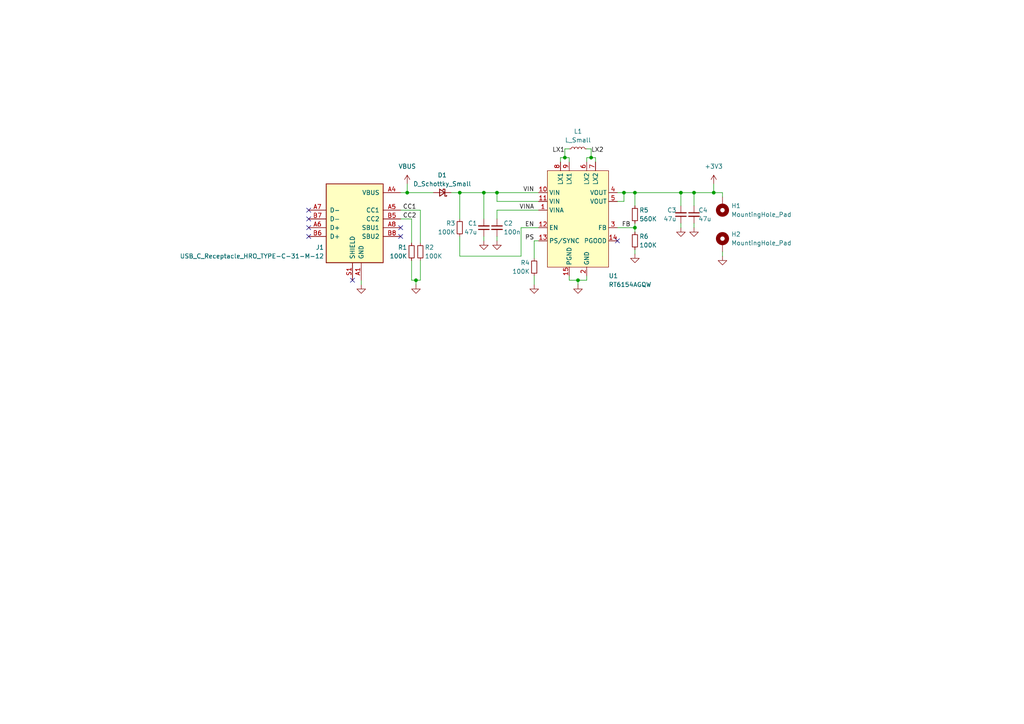
<source format=kicad_sch>
(kicad_sch (version 20211123) (generator eeschema)
  (paper "A4")
  (lib_symbols
    (symbol "Connector:USB_C_Receptacle_USB2.0" (pin_names (offset 1.016))
      (property "Reference" "J?" (at 0 16.51 0))
      (property "Value" "USB_C_Receptacle_USB2.0" (at 0 13.97 0))
      (symbol "USB_C_Receptacle_USB2.0_0_1"
        (rectangle (start -8.89 11.43) (end 7.62 -11.43) (stroke (width 0.254)) (fill (type background)))
      )
      (symbol "USB_C_Receptacle_USB2.0_1_1"
        (pin passive line (at 1.27 -16.51 90) (length 5.08) (name "GND") (number "A1"))
        (pin passive line (at 1.27 -16.51 90) (length 5.08) hide (name "GND") (number "A12"))
        (pin passive line (at 12.7 8.89 180) (length 5.08) (name "VBUS") (number "A4"))
        (pin bidirectional line (at 12.7 3.81 180) (length 5.08) (name "CC1") (number "A5"))
        (pin bidirectional line (at -13.97 -1.27 0) (length 5.08) (name "D+") (number "A6"))
        (pin bidirectional line (at -13.97 3.81 0) (length 5.08) (name "D-") (number "A7"))
        (pin bidirectional line (at 12.7 -1.27 180) (length 5.08) (name "SBU1") (number "A8"))
        (pin passive line (at 12.7 8.89 180) (length 5.08) hide (name "VBUS") (number "A9"))
        (pin passive line (at 1.27 -16.51 90) (length 5.08) hide (name "GND") (number "B1"))
        (pin passive line (at 1.27 -16.51 90) (length 5.08) hide (name "GND") (number "B12"))
        (pin passive line (at 12.7 8.89 180) (length 5.08) hide (name "VBUS") (number "B4"))
        (pin bidirectional line (at 12.7 1.27 180) (length 5.08) (name "CC2") (number "B5"))
        (pin bidirectional line (at -13.97 -3.81 0) (length 5.08) (name "D+") (number "B6"))
        (pin bidirectional line (at -13.97 1.27 0) (length 5.08) (name "D-") (number "B7"))
        (pin bidirectional line (at 12.7 -3.81 180) (length 5.08) (name "SBU2") (number "B8"))
        (pin passive line (at 12.7 8.89 180) (length 5.08) hide (name "VBUS") (number "B9"))
        (pin passive line (at -1.27 -16.51 90) (length 5.08) (name "SHIELD") (number "S1"))
      )
    )
    (symbol "Device:C_Small" (pin_numbers hide) (pin_names (offset 0.254) hide)
      (property "Reference" "C" (at 0.254 1.778 0))
      (property "Value" "C_Small" (at 0.254 -2.032 0))
      (symbol "C_Small_0_1"
        (polyline (pts (xy -1.524 -0.508) (xy 1.524 -0.508)) (stroke (width 0.3302)))
        (polyline (pts (xy -1.524 0.508) (xy 1.524 0.508)) (stroke (width 0.3048)))
      )
      (symbol "C_Small_1_1"
        (pin passive line (at 0 2.54 270) (length 2.032) (name "~") (number "1"))
        (pin passive line (at 0 -2.54 90) (length 2.032) (name "~") (number "2"))
      )
    )
    (symbol "Device:D_Schottky_Small" (pin_numbers hide) (pin_names (offset 0.254) hide)
      (property "Reference" "D" (at -1.27 2.032 0))
      (property "Value" "D_Schottky_Small" (at -7.112 -2.032 0))
      (symbol "D_Schottky_Small_0_1"
        (polyline (pts (xy -0.762 0) (xy 0.762 0)))
        (polyline (pts (xy 0.762 -1.016) (xy -0.762 0) (xy 0.762 1.016) (xy 0.762 -1.016)) (stroke (width 0.254)))
        (polyline (pts (xy -1.27 0.762) (xy -1.27 1.016) (xy -0.762 1.016) (xy -0.762 -1.016) (xy -0.254 -1.016) (xy -0.254 -0.762)) (stroke (width 0.254)))
      )
      (symbol "D_Schottky_Small_1_1"
        (pin passive line (at -2.54 0 0) (length 1.778) (name "K") (number "1"))
        (pin passive line (at 2.54 0 180) (length 1.778) (name "A") (number "2"))
      )
    )
    (symbol "Device:L_Small" (pin_numbers hide) (pin_names (offset 0.254) hide)
      (property "Reference" "L" (at 0.762 1.016 0))
      (property "Value" "L_Small" (at 0.762 -1.016 0))
      (symbol "L_Small_0_1"
        (arc (start 0 -2.032) (mid 0.508 -1.524) (end 0 -1.016))
        (arc (start 0 -1.016) (mid 0.508 -0.508) (end 0 0))
        (arc (start 0 0) (mid 0.508 0.508) (end 0 1.016))
        (arc (start 0 1.016) (mid 0.508 1.524) (end 0 2.032))
      )
      (symbol "L_Small_1_1"
        (pin passive line (at 0 2.54 270) (length 0.508) (name "~") (number "1"))
        (pin passive line (at 0 -2.54 90) (length 0.508) (name "~") (number "2"))
      )
    )
    (symbol "Device:R_Small" (pin_numbers hide) (pin_names (offset 0.254) hide)
      (property "Reference" "R" (at 0.762 0.508 0))
      (property "Value" "R_Small" (at 0.762 -1.016 0))
      (symbol "R_Small_0_1"
        (rectangle (start -0.762 1.778) (end 0.762 -1.778) (stroke (width 0.2032)))
      )
      (symbol "R_Small_1_1"
        (pin passive line (at 0 2.54 270) (length 0.762) (name "~") (number "1"))
        (pin passive line (at 0 -2.54 90) (length 0.762) (name "~") (number "2"))
      )
    )
    (symbol "Mechanical:MountingHole_Pad" (pin_numbers hide) (pin_names (offset 1.016) hide)
      (property "Reference" "H" (at 0 6.35 0))
      (property "Value" "MountingHole_Pad" (at 0 4.445 0))
      (symbol "MountingHole_Pad_0_1"
        (circle (center 0 1.27) (radius 1.27) (stroke (width 1.27)))
      )
      (symbol "MountingHole_Pad_1_1"
        (pin input line (at 0 -2.54 90) (length 2.54) (name "1") (number "1"))
      )
    )
    (symbol "power:+3V3" (power) (pin_names (offset 0))
      (property "Value" "+3V3" (at 0 3.556 0))
      (symbol "+3V3_0_1"
        (polyline (pts (xy -0.762 1.27) (xy 0 2.54)))
        (polyline (pts (xy 0 0) (xy 0 2.54)))
        (polyline (pts (xy 0 2.54) (xy 0.762 1.27)))
      )
      (symbol "+3V3_1_1"
        (pin power_in line (at 0 0 90) (length 0) hide (name "+3V3") (number "1"))
      )
    )
    (symbol "power:GND" (power) (pin_names (offset 0))
      (property "Value" "GND" (at 0 -3.81 0))
      (symbol "GND_0_1"
        (polyline (pts (xy 0 0) (xy 0 -1.27) (xy 1.27 -1.27) (xy 0 -2.54) (xy -1.27 -1.27) (xy 0 -1.27)))
      )
      (symbol "GND_1_1"
        (pin power_in line (at 0 0 270) (length 0) hide (name "GND") (number "1"))
      )
    )
    (symbol "power:VBUS" (power) (pin_names (offset 0))
      (property "Value" "VBUS" (at 0 3.81 0))
      (symbol "VBUS_0_1"
        (polyline (pts (xy -0.762 1.27) (xy 0 2.54)))
        (polyline (pts (xy 0 0) (xy 0 2.54)))
        (polyline (pts (xy 0 2.54) (xy 0.762 1.27)))
      )
      (symbol "VBUS_1_1"
        (pin power_in line (at 0 0 90) (length 0) hide (name "VBUS") (number "1"))
      )
    )
    (symbol "proj-lvl:RT6154AGQW"
      (property "Reference" "U" (at 7.62 -15.24 0))
      (property "Value" "RT6154AGQW" (at 0 -3.81 0))
      (symbol "RT6154AGQW_0_1"
        (rectangle (start -8.89 13.97) (end 8.89 -13.97) (fill (type background)))
      )
      (symbol "RT6154AGQW_1_1"
        (pin input line (at -11.43 2.54 0) (length 2.54) (name "VINA") (number "1"))
        (pin power_in line (at -11.43 7.62 0) (length 2.54) (name "VIN") (number "10"))
        (pin power_in line (at -11.43 5.08 0) (length 2.54) (name "VIN") (number "11"))
        (pin input line (at -11.43 -2.54 0) (length 2.54) (name "EN") (number "12"))
        (pin input line (at -11.43 -6.35 0) (length 2.54) (name "PS/SYNC") (number "13"))
        (pin input line (at 11.43 -6.35 180) (length 2.54) (name "PGOOD") (number "14"))
        (pin power_in line (at -2.54 -16.51 90) (length 2.54) (name "PGND") (number "15"))
        (pin power_in line (at 2.54 -16.51 90) (length 2.54) (name "GND") (number "2"))
        (pin input line (at 11.43 -2.54 180) (length 2.54) (name "FB") (number "3"))
        (pin power_out line (at 11.43 7.62 180) (length 2.54) (name "VOUT") (number "4"))
        (pin power_out line (at 11.43 5.08 180) (length 2.54) (name "VOUT") (number "5"))
        (pin input line (at 2.54 16.51 270) (length 2.54) (name "LX2") (number "6"))
        (pin input line (at 5.08 16.51 270) (length 2.54) (name "LX2") (number "7"))
        (pin input line (at -5.08 16.51 270) (length 2.54) (name "LX1") (number "8"))
        (pin input line (at -2.54 16.51 270) (length 2.54) (name "LX1") (number "9"))
      )
    )
  )
  (junction (at 201.295 55.88))
  (junction (at 133.35 55.88))
  (junction (at 140.335 55.88))
  (junction (at 180.975 55.88))
  (junction (at 118.11 55.88))
  (junction (at 184.15 55.88))
  (junction (at 171.45 45.72))
  (junction (at 144.145 55.88))
  (junction (at 197.485 55.88))
  (junction (at 163.83 45.72))
  (junction (at 120.65 81.28))
  (junction (at 207.01 55.88))
  (junction (at 167.64 81.28))
  (junction (at 184.15 66.04))
  (no_connect (at 89.535 60.96))
  (no_connect (at 89.535 68.58))
  (no_connect (at 89.535 66.04))
  (no_connect (at 179.07 69.85))
  (no_connect (at 116.205 66.04))
  (no_connect (at 89.535 63.5))
  (no_connect (at 102.235 81.28))
  (no_connect (at 116.205 68.58))
  (wire (pts (xy 133.35 55.88) (xy 133.35 63.5)))
  (wire (pts (xy 121.92 60.96) (xy 121.92 70.485)))
  (wire (pts (xy 119.38 75.565) (xy 119.38 81.28)))
  (wire (pts (xy 201.295 55.88) (xy 207.01 55.88)))
  (wire (pts (xy 118.11 55.88) (xy 125.73 55.88)))
  (wire (pts (xy 119.38 63.5) (xy 119.38 70.485)))
  (wire (pts (xy 163.83 45.72) (xy 165.1 45.72)))
  (wire (pts (xy 201.295 55.88) (xy 201.295 59.69)))
  (wire (pts (xy 133.35 55.88) (xy 140.335 55.88)))
  (wire (pts (xy 156.21 60.96) (xy 144.145 60.96)))
  (wire (pts (xy 151.13 66.04) (xy 156.21 66.04)))
  (wire (pts (xy 170.18 45.72) (xy 170.18 46.99)))
  (wire (pts (xy 120.65 81.28) (xy 121.92 81.28)))
  (wire (pts (xy 156.21 58.42) (xy 144.145 58.42)))
  (wire (pts (xy 184.15 59.69) (xy 184.15 55.88)))
  (wire (pts (xy 171.45 45.72) (xy 172.72 45.72)))
  (wire (pts (xy 133.35 74.295) (xy 133.35 68.58)))
  (wire (pts (xy 130.81 55.88) (xy 133.35 55.88)))
  (wire (pts (xy 120.65 81.28) (xy 120.65 82.55)))
  (wire (pts (xy 170.18 80.01) (xy 170.18 81.28)))
  (wire (pts (xy 171.45 43.18) (xy 170.18 43.18)))
  (wire (pts (xy 154.94 69.85) (xy 154.94 74.93)))
  (wire (pts (xy 156.21 69.85) (xy 154.94 69.85)))
  (wire (pts (xy 167.64 81.28) (xy 167.64 82.55)))
  (wire (pts (xy 144.145 55.88) (xy 156.21 55.88)))
  (wire (pts (xy 172.72 46.99) (xy 172.72 45.72)))
  (wire (pts (xy 140.335 55.88) (xy 144.145 55.88)))
  (wire (pts (xy 207.01 53.34) (xy 207.01 55.88)))
  (wire (pts (xy 118.11 53.34) (xy 118.11 55.88)))
  (wire (pts (xy 209.55 57.15) (xy 209.55 55.88)))
  (wire (pts (xy 162.56 46.99) (xy 162.56 45.72)))
  (wire (pts (xy 184.15 64.77) (xy 184.15 66.04)))
  (wire (pts (xy 104.775 81.28) (xy 104.775 82.55)))
  (wire (pts (xy 179.07 66.04) (xy 184.15 66.04)))
  (wire (pts (xy 167.64 81.28) (xy 170.18 81.28)))
  (wire (pts (xy 201.295 64.77) (xy 201.295 66.04)))
  (wire (pts (xy 179.07 55.88) (xy 180.975 55.88)))
  (wire (pts (xy 154.94 82.55) (xy 154.94 80.01)))
  (wire (pts (xy 121.92 75.565) (xy 121.92 81.28)))
  (wire (pts (xy 144.145 69.85) (xy 144.145 68.58)))
  (wire (pts (xy 163.83 43.18) (xy 165.1 43.18)))
  (wire (pts (xy 209.55 55.88) (xy 207.01 55.88)))
  (wire (pts (xy 180.975 58.42) (xy 180.975 55.88)))
  (wire (pts (xy 140.335 63.5) (xy 140.335 55.88)))
  (wire (pts (xy 209.55 73.025) (xy 209.55 74.295)))
  (wire (pts (xy 197.485 55.88) (xy 197.485 59.69)))
  (wire (pts (xy 140.335 69.85) (xy 140.335 68.58)))
  (wire (pts (xy 119.38 81.28) (xy 120.65 81.28)))
  (wire (pts (xy 184.15 55.88) (xy 180.975 55.88)))
  (wire (pts (xy 197.485 64.77) (xy 197.485 66.04)))
  (wire (pts (xy 144.145 60.96) (xy 144.145 63.5)))
  (wire (pts (xy 165.1 45.72) (xy 165.1 46.99)))
  (wire (pts (xy 165.1 80.01) (xy 165.1 81.28)))
  (wire (pts (xy 163.83 45.72) (xy 162.56 45.72)))
  (wire (pts (xy 144.145 58.42) (xy 144.145 55.88)))
  (wire (pts (xy 184.15 55.88) (xy 197.485 55.88)))
  (wire (pts (xy 179.07 58.42) (xy 180.975 58.42)))
  (wire (pts (xy 163.83 43.18) (xy 163.83 45.72)))
  (wire (pts (xy 151.13 66.04) (xy 151.13 74.295)))
  (wire (pts (xy 184.15 66.04) (xy 184.15 67.31)))
  (wire (pts (xy 197.485 55.88) (xy 201.295 55.88)))
  (wire (pts (xy 116.205 55.88) (xy 118.11 55.88)))
  (wire (pts (xy 184.15 72.39) (xy 184.15 73.66)))
  (wire (pts (xy 116.205 63.5) (xy 119.38 63.5)))
  (wire (pts (xy 116.205 60.96) (xy 121.92 60.96)))
  (wire (pts (xy 151.13 74.295) (xy 133.35 74.295)))
  (wire (pts (xy 165.1 81.28) (xy 167.64 81.28)))
  (wire (pts (xy 171.45 43.18) (xy 171.45 45.72)))
  (wire (pts (xy 171.45 45.72) (xy 170.18 45.72)))
  (label "VIN" (at 154.94 55.88 180))
  (label "FB" (at 180.34 66.04 0))
  (label "LX1" (at 163.83 44.45 180))
  (label "EN" (at 154.94 66.04 180))
  (label "VINA" (at 154.94 60.96 180))
  (label "CC2" (at 116.84 63.5 0))
  (label "PS" (at 154.94 69.85 180))
  (label "LX2" (at 171.45 44.45 0))
  (label "CC1" (at 116.84 60.96 0))
  (symbol (lib_id "Device:D_Schottky_Small") (at 128.27 55.88 180) (unit 1)
    (property "Reference" "D1" (at 128.27 50.8 0))
    (property "Value" "D_Schottky_Small" (at 128.27 53.34 0))
    (property "Footprint" "Diode_SMD:D_SOD-123F" (effects hide))
  )
  (symbol (lib_id "power:GND") (at 144.145 69.85 0) (unit 1)
    (property "Reference" "#PWR05" (effects hide))
    (property "Value" "GND" (effects hide))
  )
  (symbol (lib_id "proj-lvl:RT6154AGQW") (at 167.64 63.5 0) (unit 1)
    (property "Reference" "U1" (at 176.53 80.01 0) (effects (justify left)))
    (property "Value" "RT6154AGQW" (at 176.53 82.55 0) (effects (justify left)))
    (property "Footprint" "Package_DFN_QFN:DFN-14-1EP_3x4mm_P0.5mm_EP1.7x3.3mm" (effects hide))
    (property "Datasheet" "https://www.richtek.com/assets/product_file/RT6154A=RT6154B/DS6154AB-01.pdf" (effects hide))
  )
  (symbol (lib_id "Mechanical:MountingHole_Pad") (at 209.55 70.485 0) (unit 1)
    (property "Reference" "H2" (at 212.09 67.9449 0) (effects (justify left)))
    (property "Value" "MountingHole_Pad" (at 212.09 70.4849 0) (effects (justify left)))
    (property "Footprint" "MountingHole:MountingHole_2.2mm_M2_Pad_Via" (effects hide))
  )
  (symbol (lib_id "power:GND") (at 154.94 82.55 0) (unit 1)
    (property "Reference" "#PWR06" (effects hide))
    (property "Value" "GND" (effects hide))
  )
  (symbol (lib_id "Device:R_Small") (at 119.38 73.025 0) (mirror x) (unit 1)
    (property "Reference" "R1" (at 118.11 71.755 0) (effects (justify right)))
    (property "Value" "100K" (at 118.11 74.295 0) (effects (justify right)))
    (property "Footprint" "Resistor_SMD:R_0201_0603Metric" (effects hide))
  )
  (symbol (lib_id "power:GND") (at 167.64 82.55 0) (unit 1)
    (property "Reference" "#PWR07" (effects hide))
    (property "Value" "GND" (effects hide))
  )
  (symbol (lib_id "Connector:USB_C_Receptacle_USB2.0") (at 103.505 64.77 0) (unit 1)
    (property "Reference" "J1" (at 93.98 71.755 0) (effects (justify right)))
    (property "Value" "USB_C_Receptacle_HRO_TYPE-C-31-M-12" (at 93.98 74.295 0) (effects (justify right)))
    (property "Footprint" "Connector_USB:USB_C_Receptacle_HRO_TYPE-C-31-M-12" (effects hide))
    (property "Datasheet" "https://www.usb.org/sites/default/files/documents/usb_type-c.zip" (effects hide))
  )
  (symbol (lib_id "Device:R_Small") (at 154.94 77.47 0) (mirror y) (unit 1)
    (property "Reference" "R4" (at 153.67 76.2 0) (effects (justify left)))
    (property "Value" "100K" (at 153.67 78.74 0) (effects (justify left)))
    (property "Footprint" "Resistor_SMD:R_0201_0603Metric" (effects hide))
  )
  (symbol (lib_id "Device:L_Small") (at 167.64 43.18 90) (unit 1)
    (property "Reference" "L1" (at 167.64 38.1 90))
    (property "Value" "L_Small" (at 167.64 40.64 90))
    (property "Footprint" "Inductor_SMD:L_Taiyo-Yuden_NR-50xx" (effects hide))
  )
  (symbol (lib_id "Device:R_Small") (at 121.92 73.025 180) (unit 1)
    (property "Reference" "R2" (at 123.19 71.755 0) (effects (justify right)))
    (property "Value" "100K" (at 123.19 74.295 0) (effects (justify right)))
    (property "Footprint" "Resistor_SMD:R_0201_0603Metric" (effects hide))
  )
  (symbol (lib_id "power:GND") (at 104.775 82.55 0) (unit 1)
    (property "Reference" "#PWR01" (effects hide))
    (property "Value" "GND" (effects hide))
  )
  (symbol (lib_id "power:GND") (at 140.335 69.85 0) (unit 1)
    (property "Reference" "#PWR04" (effects hide))
    (property "Value" "GND" (effects hide))
  )
  (symbol (lib_id "power:GND") (at 197.485 66.04 0) (unit 1)
    (property "Reference" "#PWR09" (effects hide))
    (property "Value" "GND" (effects hide))
  )
  (symbol (lib_id "Device:R_Small") (at 184.15 62.23 0) (unit 1)
    (property "Reference" "R5" (at 185.42 60.96 0) (effects (justify left)))
    (property "Value" "560K" (at 185.42 63.5 0) (effects (justify left)))
    (property "Footprint" "Resistor_SMD:R_0201_0603Metric" (effects hide))
  )
  (symbol (lib_id "power:+3V3") (at 207.01 53.34 0) (unit 1)
    (property "Reference" "#PWR011" (effects hide))
    (property "Value" "+3V3" (at 207.01 48.26 0))
  )
  (symbol (lib_id "Device:R_Small") (at 184.15 69.85 0) (unit 1)
    (property "Reference" "R6" (at 185.42 68.58 0) (effects (justify left)))
    (property "Value" "100K" (at 185.42 71.12 0) (effects (justify left)))
    (property "Footprint" "Resistor_SMD:R_0201_0603Metric" (effects hide))
  )
  (symbol (lib_id "power:GND") (at 209.55 74.295 0) (unit 1)
    (property "Reference" "#PWR012" (effects hide))
    (property "Value" "GND" (effects hide))
  )
  (symbol (lib_id "power:GND") (at 184.15 73.66 0) (unit 1)
    (property "Reference" "#PWR08" (effects hide))
    (property "Value" "GND" (effects hide))
  )
  (symbol (lib_id "Device:C_Small") (at 144.145 66.04 0) (unit 1)
    (property "Reference" "C2" (at 146.05 64.77 0) (effects (justify left)))
    (property "Value" "100n" (at 146.05 67.31 0) (effects (justify left)))
    (property "Footprint" "Capacitor_SMD:C_0201_0603Metric" (effects hide))
  )
  (symbol (lib_id "power:GND") (at 120.65 82.55 0) (unit 1)
    (property "Reference" "#PWR03" (effects hide))
    (property "Value" "GND" (effects hide))
  )
  (symbol (lib_id "Device:R_Small") (at 133.35 66.04 0) (mirror x) (unit 1)
    (property "Reference" "R3" (at 132.08 64.77 0) (effects (justify right)))
    (property "Value" "100K" (at 132.08 67.31 0) (effects (justify right)))
    (property "Footprint" "Resistor_SMD:R_0201_0603Metric" (effects hide))
  )
  (symbol (lib_id "Device:C_Small") (at 197.485 62.23 0) (mirror x) (unit 1)
    (property "Reference" "C3" (at 196.215 60.96 0) (effects (justify right)))
    (property "Value" "47u" (at 196.215 63.5 0) (effects (justify right)))
    (property "Footprint" "Capacitor_SMD:C_0805_2012Metric" (effects hide))
  )
  (symbol (lib_id "Device:C_Small") (at 201.295 62.23 0) (unit 1)
    (property "Reference" "C4" (at 202.565 60.96 0) (effects (justify left)))
    (property "Value" "47u" (at 202.565 63.5 0) (effects (justify left)))
    (property "Footprint" "Capacitor_SMD:C_0805_2012Metric" (effects hide))
  )
  (symbol (lib_id "power:VBUS") (at 118.11 53.34 0) (unit 1)
    (property "Reference" "#PWR02" (effects hide))
    (property "Value" "VBUS" (at 118.11 48.26 0))
  )
  (symbol (lib_id "Device:C_Small") (at 140.335 66.04 0) (mirror x) (unit 1)
    (property "Reference" "C1" (at 138.43 64.77 0) (effects (justify right)))
    (property "Value" "47u" (at 138.43 67.31 0) (effects (justify right)))
    (property "Footprint" "Capacitor_SMD:C_0805_2012Metric" (effects hide))
  )
  (symbol (lib_id "Mechanical:MountingHole_Pad") (at 209.55 59.69 180) (unit 1)
    (property "Reference" "H1" (at 212.09 59.6899 0) (effects (justify right)))
    (property "Value" "MountingHole_Pad" (at 212.09 62.2299 0) (effects (justify right)))
    (property "Footprint" "MountingHole:MountingHole_2.2mm_M2_Pad_Via" (effects hide))
  )
  (symbol (lib_id "power:GND") (at 201.295 66.04 0) (unit 1)
    (property "Reference" "#PWR010" (effects hide))
    (property "Value" "GND" (effects hide))
  )
)
</source>
